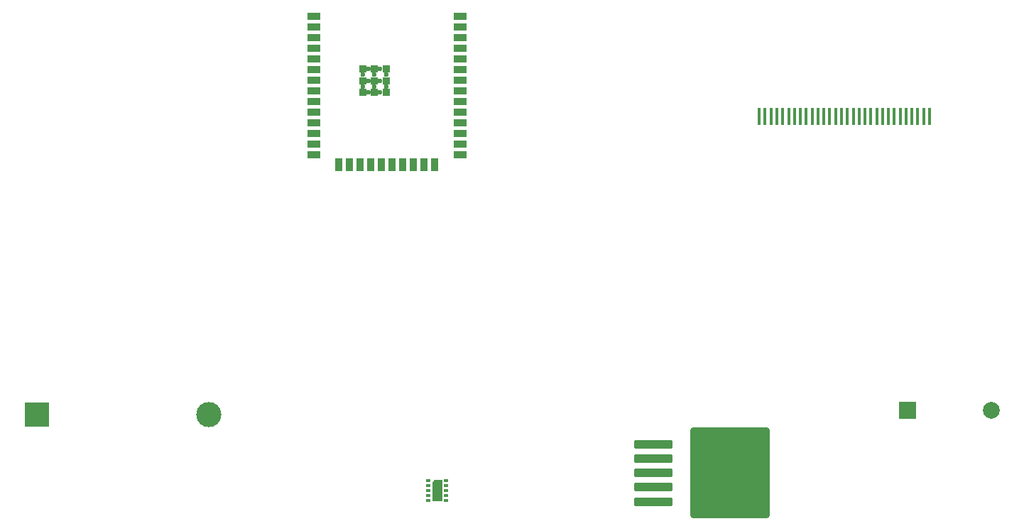
<source format=gbr>
%TF.GenerationSoftware,KiCad,Pcbnew,9.0.0*%
%TF.CreationDate,2025-03-30T15:15:58+05:30*%
%TF.ProjectId,garden management system,67617264-656e-4206-9d61-6e6167656d65,rev?*%
%TF.SameCoordinates,Original*%
%TF.FileFunction,Soldermask,Top*%
%TF.FilePolarity,Negative*%
%FSLAX46Y46*%
G04 Gerber Fmt 4.6, Leading zero omitted, Abs format (unit mm)*
G04 Created by KiCad (PCBNEW 9.0.0) date 2025-03-30 15:15:58*
%MOMM*%
%LPD*%
G01*
G04 APERTURE LIST*
G04 Aperture macros list*
%AMRoundRect*
0 Rectangle with rounded corners*
0 $1 Rounding radius*
0 $2 $3 $4 $5 $6 $7 $8 $9 X,Y pos of 4 corners*
0 Add a 4 corners polygon primitive as box body*
4,1,4,$2,$3,$4,$5,$6,$7,$8,$9,$2,$3,0*
0 Add four circle primitives for the rounded corners*
1,1,$1+$1,$2,$3*
1,1,$1+$1,$4,$5*
1,1,$1+$1,$6,$7*
1,1,$1+$1,$8,$9*
0 Add four rect primitives between the rounded corners*
20,1,$1+$1,$2,$3,$4,$5,0*
20,1,$1+$1,$4,$5,$6,$7,0*
20,1,$1+$1,$6,$7,$8,$9,0*
20,1,$1+$1,$8,$9,$2,$3,0*%
%AMOutline4P*
0 Free polygon, 4 corners , with rotation*
0 The origin of the aperture is its center*
0 number of corners: always 4*
0 $1 to $8 corner X, Y*
0 $9 Rotation angle, in degrees counterclockwise*
0 create outline with 4 corners*
4,1,4,$1,$2,$3,$4,$5,$6,$7,$8,$1,$2,$9*%
G04 Aperture macros list end*
%ADD10R,1.500000X0.900000*%
%ADD11R,0.900000X1.500000*%
%ADD12R,0.900000X0.900000*%
%ADD13C,0.600000*%
%ADD14R,0.600000X0.400000*%
%ADD15Outline4P,-0.650000X-0.150000X0.650000X-0.150000X0.350000X0.150000X-0.350000X0.150000X0.000000*%
%ADD16R,1.300000X2.200000*%
%ADD17R,1.000000X0.300000*%
%ADD18R,2.000000X2.000000*%
%ADD19C,2.000000*%
%ADD20R,3.000000X3.000000*%
%ADD21C,3.000000*%
%ADD22R,0.400000X2.000000*%
%ADD23RoundRect,0.250000X-2.050000X-0.300000X2.050000X-0.300000X2.050000X0.300000X-2.050000X0.300000X0*%
%ADD24RoundRect,0.250002X-4.449998X-5.149998X4.449998X-5.149998X4.449998X5.149998X-4.449998X5.149998X0*%
G04 APERTURE END LIST*
D10*
%TO.C,U1*%
X122710000Y-85990000D03*
X122710000Y-87260000D03*
X122710000Y-88530000D03*
X122710000Y-89800000D03*
X122710000Y-91070000D03*
X122710000Y-92340000D03*
X122710000Y-93610000D03*
X122710000Y-94880000D03*
X122710000Y-96150000D03*
X122710000Y-97420000D03*
X122710000Y-98690000D03*
X122710000Y-99960000D03*
X122710000Y-101230000D03*
X122710000Y-102500000D03*
D11*
X125745000Y-103750000D03*
X127015000Y-103750000D03*
X128285000Y-103750000D03*
X129555000Y-103750000D03*
X130825000Y-103750000D03*
X132095000Y-103750000D03*
X133365000Y-103750000D03*
X134635000Y-103750000D03*
X135905000Y-103750000D03*
X137175000Y-103750000D03*
D10*
X140210000Y-102500000D03*
X140210000Y-101230000D03*
X140210000Y-99960000D03*
X140210000Y-98690000D03*
X140210000Y-97420000D03*
X140210000Y-96150000D03*
X140210000Y-94880000D03*
X140210000Y-93610000D03*
X140210000Y-92340000D03*
X140210000Y-91070000D03*
X140210000Y-89800000D03*
X140210000Y-88530000D03*
X140210000Y-87260000D03*
X140210000Y-85990000D03*
D12*
X128560000Y-92310000D03*
D13*
X128560000Y-93010000D03*
D12*
X128560000Y-93710000D03*
D13*
X128560000Y-94410000D03*
D12*
X128560000Y-95110000D03*
D13*
X129260000Y-92310000D03*
X129260000Y-93710000D03*
X129260000Y-95110000D03*
D12*
X129960000Y-92310000D03*
D13*
X129960000Y-93010000D03*
D12*
X129960000Y-93710000D03*
D13*
X129960000Y-94410000D03*
D12*
X129960000Y-95110000D03*
D13*
X130660000Y-92310000D03*
X130660000Y-93710000D03*
X130660000Y-95110000D03*
D12*
X131360000Y-92310000D03*
D13*
X131360000Y-93010000D03*
D12*
X131360000Y-93710000D03*
D13*
X131360000Y-94410000D03*
D12*
X131360000Y-95110000D03*
%TD*%
D14*
%TO.C,U3*%
X136400000Y-141400000D03*
X136400000Y-142000000D03*
X136400000Y-142600000D03*
X136400000Y-143200000D03*
X136400000Y-143800000D03*
X138500000Y-143800000D03*
X138500000Y-143200000D03*
X138500000Y-142600000D03*
X138500000Y-142000000D03*
X138500000Y-141400000D03*
D15*
X137450000Y-141500000D03*
D16*
X137450000Y-142750000D03*
D17*
X137600000Y-141500000D03*
%TD*%
D18*
%TO.C,BZ1*%
X193500000Y-133000000D03*
D19*
X203500000Y-133000000D03*
%TD*%
D20*
%TO.C,BT1*%
X89730000Y-133500000D03*
D21*
X110220000Y-133500000D03*
%TD*%
D22*
%TO.C,DS1*%
X175850000Y-97945000D03*
X176550000Y-97945000D03*
X177250000Y-97945000D03*
X177950000Y-97945000D03*
X178650000Y-97945000D03*
X179350000Y-97945000D03*
X180050000Y-97945000D03*
X180750000Y-97945000D03*
X181450000Y-97945000D03*
X182150000Y-97945000D03*
X182850000Y-97945000D03*
X183550000Y-97945000D03*
X184250000Y-97945000D03*
X184950000Y-97945000D03*
X185650000Y-97945000D03*
X186350000Y-97945000D03*
X187050000Y-97945000D03*
X187750000Y-97945000D03*
X188450000Y-97945000D03*
X189150000Y-97945000D03*
X189850000Y-97945000D03*
X190550000Y-97945000D03*
X191250000Y-97945000D03*
X191950000Y-97945000D03*
X192650000Y-97945000D03*
X193350000Y-97945000D03*
X194050000Y-97945000D03*
X194750000Y-97945000D03*
X195450000Y-97945000D03*
X196150000Y-97945000D03*
%TD*%
D23*
%TO.C,U2*%
X163225000Y-137100000D03*
X163225000Y-138800000D03*
X163225000Y-140500000D03*
D24*
X172375000Y-140500000D03*
D23*
X163225000Y-142200000D03*
X163225000Y-143900000D03*
%TD*%
M02*

</source>
